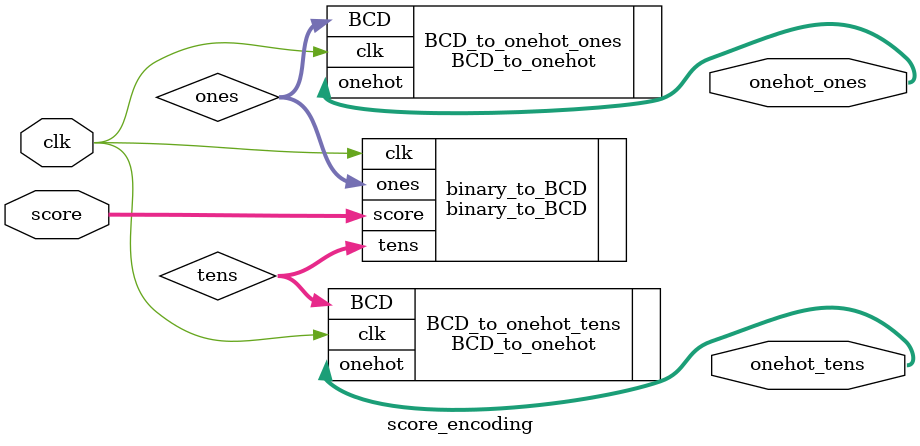
<source format=v>
module score_encoding (clk, score, onehot_ones, onehot_tens);
	
	input clk;
	input [6:0] score;
	output [9:0] onehot_ones;
	output [9:0] onehot_tens;
	
	wire [3:0] ones;
	wire [3:0] tens;

	binary_to_BCD binary_to_BCD
	(
		.clk(clk) ,	// input  clk_sig
		.score(score) ,	// input [6:0] score_sig
		.ones(ones) ,	// output [3:0] ones_sig
		.tens(tens) 	// output [3:0] tens_sig
	);

		BCD_to_onehot BCD_to_onehot_ones
	(
		.clk(clk) ,	// input  clk_sig
		.BCD(ones) ,	// input [3:0] BCD_sig
		.onehot(onehot_ones) 	// output [9:0] onehot_sig
	);
		
		BCD_to_onehot BCD_to_onehot_tens
	(
		.clk(clk) ,	// input  clk_sig
		.BCD(tens) ,	// input [3:0] BCD_sig
		.onehot(onehot_tens) 	// output [9:0] onehot_sig
	);

endmodule
</source>
